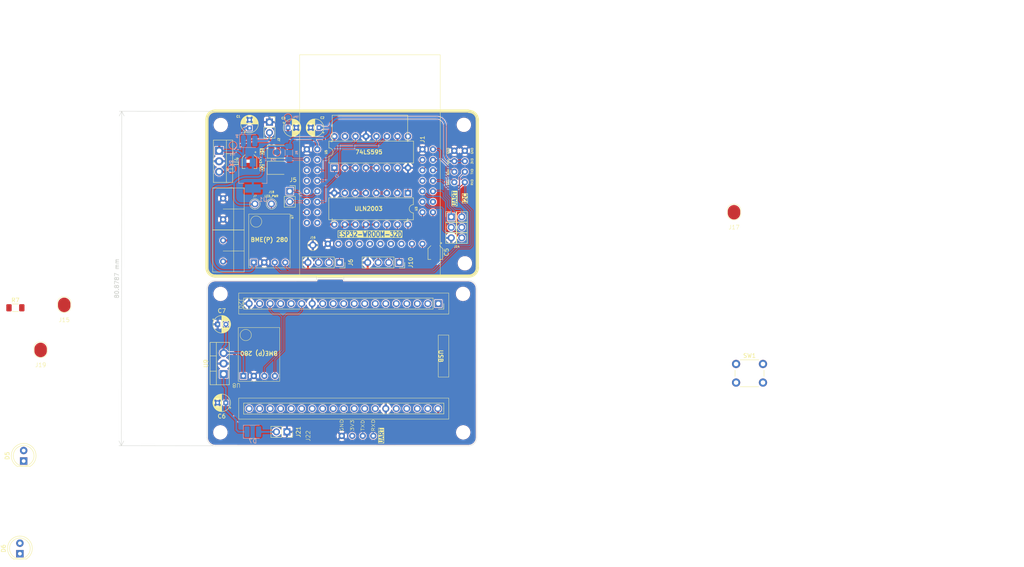
<source format=kicad_pcb>
(kicad_pcb (version 20240108) (generator "pcbnew") (generator_version "8.0")
  (layers (0 "F.Cu" signal) (31 "B.Cu" signal) (34 "B.Paste" user) (35 "F.Paste" user) (36 "B.SilkS" user "B.Silkscreen") (37 "F.SilkS" user "F.Silkscreen") (38 "B.Mask" user) (39 "F.Mask" user) (44 "Edge.Cuts" user))
  (net 0 "")
  (net 1 "GND")
  (net 2 "+3V3")
  (net 3 "+5V")
  (net 4 "/RXD")
  (net 5 "/TXD")
  (net 6 "/SDA")
  (net 7 "/OUT2")
  (net 8 "/SCL")
  (net 9 "/OUT1")
  (net 10 "/EN")
  (net 11 "/SOURCE2")
  (net 12 "/SOURCE1")
  (net 13 "/SOURCE3")
  (net 14 "/VDC")
  (net 15 "/DAC1")
  (net 16 "/DAC2")
  (net 17 "/GPIO13")
  (net 18 "/GPIO19")
  (net 19 "/GPIO17")
  (net 20 "/GPIO5")
  (net 21 "/GPIO18")
  (net 22 "/GPIO36")
  (net 23 "/ADC2_CH3")
  (net 24 "/SD_DATA1")
  (net 25 "/SD_DATA2")
  (net 26 "/SD_CLK")
  (net 27 "/SD_CMD")
  (net 28 "/SD_DATA3")
  (net 29 "/ADC2_CH0")
  (net 30 "/GPIO23")
  (net 31 "/SD_DATA0")
  (net 32 "/ADC2_CH2")
  (net 33 "/BOOT")
  (net 34 "/GPIO39")
  (net 35 "/SOURCE4")
  (net 36 "/SOURCE5")
  (net 37 "/SIPO_DATA")
  (net 38 "/SIPO_CLK")
  (net 40 "/SIPO_LATCH")
  (net 41 "/GPIO14")
  (net 43 "/I3")
  (net 44 "/I6")
  (net 45 "/I7")
  (net 46 "/I5")
  (net 47 "/OUT3")
  (net 48 "/VIN")
  (net 49 "/I1")
  (net 52 "Net-(D5-Pad1)")
  (net 53 "Net-(J15-Pin_1)")
  (net 54 "Net-(J19-Pin_1)")
  (net 55 "/GPIO_33")
  (net 67 "/RX")
  (net 72 "/TX")
  (net 88 "/SCL-2")
  (net 89 "/SDA-2")
  (footprint "Capacitor_THT:CP_Radial_D4.0mm_P2.00mm" (layer "F.Cu") (at 107 44.2 180)
    (property "Reference" "C2")
    (property "Value" "1uF")
  )
  (footprint "LED_SMD:LED_1210_3225Metric_Pad1.42x2.65mm_HandSolder" (layer "F.Cu") (at 96.9525 53.9)
    (property "Reference" "D2")
    (property "Value" "STATUS")
  )
  (footprint "Capacitor_SMD:CP_Elec_3x5.3" (layer "F.Cu") (at 90.2 52.3 -90)
    (property "Reference" "C4")
    (property "Value" "0.1uF")
  )
  (footprint "Resistor_SMD:R_1206_3216Metric_Pad1.30x1.75mm_HandSolder" (layer "F.Cu") (at 33.612 87.7585)
    (property "Reference" "R7")
    (property "Value" "4K7")
  )
  (footprint "LED_THT:LED_D5.0mm" (layer "F.Cu") (at 34.7 147.25 90)
    (property "Reference" "D6")
    (property "Value" "LED_STATUS")
  )
  (footprint "Button_Switch_THT:SW_PUSH_6mm" (layer "F.Cu") (at 207.8 101.35)
    (property "Reference" "SW1")
    (property "Value" "SW_Push")
  )
  (footprint "Alexander Footprint Library:Pad_1x01_P2.54_SMD" (layer "F.Cu") (at 39.712 102.098)
    (property "Reference" "J19")
    (property "Value" "LED_PWR")
  )
  (footprint "Alexander Footprints Library:ESP32-WROOM-Adapter-Socket-2" (layer "F.Cu") (at 119.3 57.04)
    (property "Reference" "J1")
    (property "Value" "~")
  )
  (footprint "Alexander Footprint Library:Pad_1x01_P2.54_SMD" (layer "F.Cu") (at 45.412 91.198)
    (property "Reference" "J15")
    (property "Value" "LED_PWR")
  )
  (footprint "MountingHole:MountingHole_3mm" (layer "F.Cu") (at 142 43.5)
    (property "Reference" "H1" (hide yes))
    (property "Value" "MountingHole_Pad")
  )
  (footprint "Connector_PinSocket_2.54mm:PinSocket_1x02_P2.54mm_Vertical" (layer "F.Cu") (at 99.25 117.775 -90)
    (property "Reference" "J21")
    (property "Value" "PWR")
  )
  (footprint "MountingHole:MountingHole_3mm" (layer "F.Cu") (at 83.25 43.53)
    (property "Reference" "H2" (hide yes))
    (property "Value" "MountingHole_Pad")
  )
  (footprint "Package_DIP:DIP-16_W7.62mm" (layer "F.Cu") (at 128.475 60 -90)
    (property "Reference" "U3")
    (property "Value" "ULN2003")
  )
  (footprint "Alexander Footprints Library:Conn_Terminal_5mm" (layer "F.Cu") (at 83.82 53.69)
    (property "Reference" "J9" (hide yes))
    (property "Value" "Conn_01x02_Socket")
  )
  (footprint "Alexander Footprint Library:Pad_1x01_P2.54_SMD" (layer "F.Cu") (at 207.3 68.7895)
    (property "Reference" "J17")
    (property "Value" "GND")
  )
  (footprint "MountingHole:MountingHole_3mm" (layer "F.Cu") (at 141.85 117.9)
    (property "Reference" "H4" (hide yes))
    (property "Value" "MountingHole_Pad")
  )
  (footprint "Capacitor_THT:CP_Radial_D4.0mm_P2.00mm" (layer "F.Cu") (at 82.5 91.75)
    (property "Reference" "C7")
    (property "Value" "1uF")
  )
  (footprint "Package_DIP:DIP-16_W7.62mm" (layer "F.Cu") (at 110.725 53.9 90)
    (property "Reference" "U5")
    (property "Value" "74LS595")
  )
  (footprint "Alexander Footprint Library:PinSocket_1x01_P2.54" (layer "F.Cu") (at 91.5 65.19)
    (property "Reference" "J7")
    (property "Value" "LED_PWR")
  )
  (footprint "Connector_PinSocket_2.54mm:PinSocket_1x02_P2.54mm_Vertical" (layer "F.Cu") (at 95.025 42.85)
    (property "Reference" "J2")
    (property "Value" "PWR")
  )
  (footprint "Connector_PinSocket_2.54mm:PinSocket_1x04_P2.54mm_Vertical" (layer "F.Cu") (at 111.94 76.8 -90)
    (property "Reference" "J6")
    (property "Value" "SOURCE")
  )
  (footprint "MountingHole:MountingHole_3mm" (layer "F.Cu") (at 83.15 117.9)
    (property "Reference" "H4" (hide yes))
    (property "Value" "MountingHole_Pad")
  )
  (footprint "Connector_PinSocket_2.54mm:PinSocket_1x04_P2.54mm_Vertical" (layer "F.Cu") (at 126.38 76.8 -90)
    (property "Reference" "J10")
    (property "Value" "ADC")
  )
  (footprint "Capacitor_SMD:CP_Elec_3x5.3" (layer "F.Cu") (at 135.1 74.3 -90)
    (property "Reference" "C5")
    (property "Value" "0.1uF")
  )
  (footprint "MountingHole:MountingHole_3mm" (layer "F.Cu") (at 141.8 84.4)
    (property "Reference" "H4" (hide yes))
    (property "Value" "MountingHole_Pad")
  )
  (footprint "Capacitor_THT:CP_Radial_D4.0mm_P2.00mm" (layer "F.Cu") (at 99.5 44.2)
    (property "Reference" "C3")
    (property "Value" "1uF")
  )
  (footprint "Alexander Footprint Library:LD1117" (layer "F.Cu") (at 83.945 103.79 90)
    (property "Reference" "U9")
    (property "Value" "L7805")
  )
  (footprint "Alexander Footprint Library:PinSocket_1x01_P2.54" (layer "F.Cu") (at 95.5 65.19)
    (property "Reference" "J18")
    (property "Value" "LED_PWR")
  )
  (footprint "Capacitor_THT:CP_Radial_D4.0mm_P2.00mm" (layer "F.Cu") (at 84.4726 110.75 180)
    (property "Reference" "C6")
    (property "Value" "1uF")
  )
  (footprint "Alexander Footprint Library:Conn_ESP32_WROOM-DevKit-38pins" (layer "F.Cu") (at 87.57 86.75 -90)
    (property "Reference" "J20")
    (property "Value" "~")
  )
  (footprint "MountingHole:MountingHole_3mm" (layer "F.Cu") (at 83.2 84.4)
    (property "Reference" "H4" (hide yes))
    (property "Value" "MountingHole_Pad")
  )
  (footprint "Connector_PinSocket_2.54mm:PinSocket_1x02_P2.54mm_Vertical" (layer "F.Cu") (at 99.925 59.55)
    (property "Reference" "J5")
    (property "Value" "DAC")
  )
  (footprint "Alexander Footprint Library:CONN_2x3" (layer "F.Cu") (at 138.96 60.68)
    (property "Reference" "J14")
    (property "Value" "GPIO")
  )
  (footprint "Alexander Footprints Library:Conn_UART" (layer "F.Cu") (at 139.7 42.15)
    (property "Reference" "J3" (hide yes))
    (property "Value" "UART")
  )
  (footprint "Alexander Footprint Library:PinSocket_1x01_P2.54" (layer "F.Cu") (at 105.5 75.19)
    (property "Reference" "J16")
    (property "Value" "GND")
  )
  (footprint "Capacitor_THT:CP_Radial_D4.0mm_P2.00mm" (layer "F.Cu") (at 90.2 44.3 90)
    (property "Reference" "C1")
    (property "Value" "1uF")
  )
  (footprint "Alexander Footprint Library:Conn_UART" (layer "F.Cu") (at 104.874 118.75 90)
    (property "Reference" "J22")
    (property "Value" "UART")
  )
  (footprint "Alexander Footprint Library:BME280_BMP280_I2C" (layer "F.Cu") (at 90 78.1 90)
    (property "Reference" "U7")
    (property "Value" "BME(P)280")
  )
  (footprint "Alexander Footprint Library:LD1117" (layer "F.Cu") (at 82.855 49.77 -90)
    (property "Reference" "U4")
    (property "Value" "L7805")
  )
  (footprint "Alexander Footprints Library:Conn_I2C" (layer "F.Cu") (at 142.24 42.15)
    (property "Reference" "J4" (hide yes))
    (property "Value" "I2C")
  )
  (footprint "LED_THT:LED_D5.0mm" (layer "F.Cu") (at 35.612 124.8335 90)
    (property "Reference" "D5")
    (property "Value" "LED_PWR")
  )
  (footprint "Alexander Footprint Library:BME280_BMP280_I2C" (layer "F.Cu") (at 87.49 105.55 90)
    (property "Reference" "U8")
    (property "Value" "BME(P)280")
  )
  (footprint "LED_SMD:LED_1210_3225Metric_Pad1.42x2.65mm_HandSolder" (layer "F.Cu") (at 97 50)
    (property "Reference" "D1")
    (property "Value" "PWR")
  )
  (footprint "MountingHole:MountingHole_3mm" (layer "F.Cu") (at 142.25 77)
    (property "Reference" "H4" (hide yes))
    (property "Value" "MountingHole_Pad")
  )
  (footprint "Alexander Footprints Library:Conn_Terminal_5mm" (layer "F.Cu") (at 83.82 63.85)
    (property "Reference" "J8" (hide yes))
    (property "Value" "Conn_01x02_Socket")
  )
  (footprint "TestPoint:TestPoint_Pad_D1.5mm" (layer "B.Cu") (at 99.5 41.75 180)
    (property "Reference" "TP4")
    (property "Value" "5V")
  )
  (footprint "TestPoint:TestPoint_Pad_D1.5mm" (layer "B.Cu") (at 96.8 50.15 180)
    (property "Reference" "TP3")
    (property "Value" "3V3")
  )
  (footprint "Diode_SMD:D_1210_3225Metric" (layer "B.Cu") (at 91 117.75)
    (property "Reference" "D7")
    (property "Value" "D")
  )
  (footprint "Resistor_SMD:R_1206_3216Metric_Pad1.30x1.75mm_HandSolder" (layer "B.Cu") (at 99.7 50.25 -90)
    (property "Reference" "R1")
    (property "Value" "10K")
  )
  (footprint "Diode_SMD:D_1210_3225Metric" (layer "B.Cu") (at 90.1 47.4)
    (property "Reference" "D4")
    (property "Value" "D")
  )
  (footprint "TestPoint:TestPoint_Pad_D1.5mm" (layer "B.Cu") (at 86.2 48.45 180)
    (property "Reference" "TP1")
    (property "Value" "VIN")
  )
  (footprint "TestPoint:TestPoint_Pad_D1.5mm" (layer "B.Cu") (at 85.9 54.15 180)
    (property "Reference" "TP2")
    (property "Value" "GND")
  )
  (footprint "Package_TO_SOT_SMD:SOT-223-3_TabPin2" (layer "B.Cu") (at 91 55.75 -90)
    (property "Reference" "U1")
    (property "Value" "MAX1726EUK33")
  )
  (gr_line (start 145.25 42.11421) (end 145.25 78.085782) (stroke (width 0.75)) (layer "F.SilkS"))
  (gr_line (start 81.914218 40.164218) (end 143.08579 40.164218) (stroke (width 0.75)) (layer "F.SilkS"))
  (gr_arc (start 145.25 78.085782) (mid 144.66422 79.500007) (end 143.25 80.085782) (stroke (width 0.75)) (layer "F.SilkS"))
  (gr_line (start 79.914218 42.11421) (end 79.914218 78.085782) (stroke (width 0.75)) (layer "F.SilkS"))
  (gr_arc (start 81.914218 80.085782) (mid 80.499999 79.500001) (end 79.914218 78.085782) (stroke (width 0.75)) (layer "F.SilkS"))
  (gr_arc (start 143.25 40.25) (mid 144.664214 40.835786) (end 145.25 42.25) (stroke (width 0.75)) (layer "F.SilkS"))
  (gr_arc (start 79.914218 42.164218) (mid 80.499999 40.749999) (end 81.914218 40.164218) (stroke (width 0.75)) (layer "F.SilkS"))
  (gr_line (start 81.914214 80.085782) (end 143.085786 80.085782) (stroke (width 0.75)) (layer "F.SilkS"))
  (gr_line (start 82.014214 80.235786) (end 106.4 80.25) (stroke (width 0.1)) (layer "Edge.Cuts"))
  (gr_line (start 80 42.25) (end 80.014214 78.235786) (stroke (width 0.1)) (layer "Edge.Cuts"))
  (gr_arc (start 79.921321 83.157107) (mid 80.507106 81.742896) (end 81.921321 81.157107) (stroke (width 0.1)) (layer "Edge.Cuts"))
  (gr_line (start 81.921321 121.128679) (end 143.107107 121.142893) (stroke (width 0.1)) (layer "Edge.Cuts"))
  (gr_arc (start 81.921321 121.128679) (mid 80.507101 120.542899) (end 79.921321 119.128679) (stroke (width 0.1)) (layer "Edge.Cuts"))
  (gr_line (start 143.092893 81.157107) (end 113 81.15) (stroke (width 0.1)) (layer "Edge.Cuts"))
  (gr_arc (start 145.107107 119.142893) (mid 144.521321 120.557107) (end 143.107107 121.142893) (stroke (width 0.1)) (layer "Edge.Cuts"))
  (gr_line (start 106.4 81.15) (end 81.921321 81.157107) (stroke (width 0.1)) (layer "Edge.Cuts"))
  (gr_arc (start 143.185786 40.264214) (mid 144.600004 40.849996) (end 145.185786 42.264214) (stroke (width 0.1)) (layer "Edge.Cuts"))
  (gr_line (start 113 80.25) (end 143.185786 80.235786) (stroke (width 0.1)) (layer "Edge.Cuts"))
  (gr_arc (start 82.014214 80.235786) (mid 80.599996 79.650004) (end 80.014214 78.235786) (stroke (width 0.1)) (layer "Edge.Cuts"))
  (gr_line (start 145.185786 42.264214) (end 145.185786 78.235786) (stroke (width 0.1)) (layer "Edge.Cuts"))
  (gr_arc (start 80 42.25) (mid 80.585786 40.835786) (end 82 40.25) (stroke (width 0.1)) (layer "Edge.Cuts"))
  (gr_line (start 145.107107 119.142893) (end 145.092893 83.157107) (stroke (width 0.1)) (layer "Edge.Cuts"))
  (gr_line (start 79.921321 119.128679) (end 79.921321 83.157107) (stroke (width 0.1)) (layer "Edge.Cuts"))
  (gr_line (start 106.4 81.15) (end 106.4 80.25) (stroke (width 0.1)) (layer "Edge.Cuts"))
  (gr_arc (start 145.185786 78.235786) (mid 144.600004 79.650004) (end 143.185786 80.235786) (stroke (width 0.1)) (layer "Edge.Cuts"))
  (gr_arc (start 143.092893 81.157107) (mid 144.507112 81.742888) (end 145.092893 83.157107) (stroke (width 0.1)) (layer "Edge.Cuts"))
  (gr_line (start 113 81.15) (end 113 80.25) (stroke (width 0.1)) (layer "Edge.Cuts"))
  (gr_line (start 143.185786 40.264214) (end 82 40.25) (stroke (width 0.1)) (layer "Edge.Cuts"))
  (gr_text "74LS595" (at 119.057143 50.1 0) (layer "F.SilkS") (effects (font (size 1 1) (thickness 0.2) (bold yes))))
  (gr_text "ULN2003" (at 115.5 64.374 0) (layer "F.SilkS") (effects (font (size 1 1) (thickness 0.2) (bold yes)) (justify left bottom)))
  (dimension (type aligned) (layer "Edge.Cuts") (pts (xy 81.921321 121.128679) (xy 82 40.25)) (height -22.6907) (gr_text "80.8787 mm" (at 58.119973 80.666146 89.94426182) (layer "Edge.Cuts") (effects (font (size 1 1) (thickness 0.15)))) (format (prefix "") (suffix "") (units 3) (units_format 1) (precision 4)) (style (thickness 0.1) (arrow_length 1.27) (text_position_mode 0) (extension_height 0.58642) (extension_offset 0.5) keep_text_aligned))
  (segment (start 84.21 66) (end 83.82 66.39) (width 0.5) (layer "F.Cu") (net 1))
  (segment (start 101.5 48.103553) (end 101.5 49.573223) (width 0.25) (layer "F.Cu") (net 2))
  (segment (start 105.575735 47.25) (end 102.353553 47.25) (width 0.25) (layer "F.Cu") (net 2))
  (segment (start 106.6 48.274264) (end 106.6 49.42) (width 0.25) (layer "F.Cu") (net 2))
  (segment (start 138.021593 51.871593) (end 137.93 51.78) (width 0.5) (layer "F.Cu") (net 2))
  (segment (start 108.946446 44.2) (end 107 44.2) (width 0.5) (layer "F.Cu") (net 2))
  (segment (start 109.8 43.346446) (end 109.8 43.15) (width 0.5) (layer "F.Cu") (net 2))
  (segment (start 137.4 50.500466) (end 137.4 43.627817) (width 0.5) (layer "F.Cu") (net 2))
  (segment (start 101.073223 50) (end 98.4875 50) (width 0.25) (layer "F.Cu") (net 2))
  (segment (start 139.08 52.31) (end 139.7 52.31) (width 0.5) (layer "F.Cu") (net 2))
  (segment (start 110.188908 42.211091) (end 110.225 42.175) (width 0.5) (layer "F.Cu") (net 2))
  (segment (start 135.522182 41.75) (end 111.25104 41.75) (width 0.5) (layer "F.Cu") (net 2))
  (arc (start 106.3 47.55) (mid 105.967704 47.327967) (end 105.575735 47.25) (width 0.25) (layer "F.Cu") (net 2))
  (arc (start 101.5 49.573223) (mid 101.467513 49.736543) (end 101.375 49.875) (width 0.25) (layer "F.Cu") (net 2))
  (arc (start 111.25104 41.75) (mid 110.695751 41.860453) (end 110.225 42.175) (width 0.5) (layer "F.Cu") (net 2))
  (arc (start 110.188908 42.211091) (mid 109.901073 42.641866) (end 109.8 43.15) (width 0.5) (layer "F.Cu") (net 2))
  (arc (start 138.021593 51.871593) (mid 138.507194 52.196061) (end 139.08 52.31) (width 0.5) (layer "F.Cu") (net 2))
  (arc (start 102.353553 47.25) (mid 102.026912 47.314972) (end 101.75 47.5) (width 0.25) (layer "F.Cu") (net 2))
  (arc (start 109.8 43.346446) (mid 109.735027 43.673087) (end 109.55 43.95) (width 0.5) (layer "F.Cu") (net 2))
  (arc (start 106.3 47.55) (mid 106.522032 47.882295) (end 106.6 48.274264) (width 0.25) (layer "F.Cu") (net 2))
  (arc (start 109.55 43.95) (mid 109.273087 44.135027) (end 108.946446 44.2) (width 0.5) (layer "F.Cu") (net 2))
  (arc (start 136.85 42.3) (mid 137.257059 42.909207) (end 137.4 43.627817) (width 0.5) (layer "F.Cu") (net 2))
  (arc (start 101.75 47.5) (mid 101.564972 47.776912) (end 101.5 48.103553) (width 0.25) (layer "F.Cu") (net 2))
  (arc (start 101.375 49.875) (mid 101.236543 49.967513) (end 101.073223 50) (width 0.25) (layer "F.Cu") (net 2))
  (arc (start 137.4 50.500466) (mid 137.537742 51.192944) (end 137.93 51.78) (width 0.5) (layer "F.Cu") (net 2))
  (arc (start 136.85 42.3) (mid 136.240792 41.89294) (end 135.522182 41.75) (width 0.5) (layer "F.Cu") (net 2))
  (segment (start 96.075 48.7) (end 97.525 48.7) (width 0.5) (layer "B.Cu") (net 2))
  (segment (start 109.408578 44.2) (end 107 44.2) (width 0.5) (layer "B.Cu") (net 2))
  (segment (start 81.3 75.997918) (end 81.3 59.75104) (width 0.5) (layer "B.Cu") (net 2))
  (segment (start 93.3 54.905025) (end 93.3 52.6) (width 0.5) (layer "B.Cu") (net 2))
  (segment (start 100 48.7) (end 100 48.03033) (width 0.5) (layer "B.Cu") (net 2))
  (segment (start 139.13 52.31) (end 139.7 52.31) (width 0.5) (layer "B.Cu") (net 2))
  (segment (start 138.156949 51.906949) (end 138.03 51.78) (width 0.5) (layer "B.Cu") (net 2))
  (segment (start 106.6 48.627817) (end 106.6 49.299791) (width 0.5) (layer "B.Cu") (net 2))
  (segment (start 84.202081 78.9) (end 89.990883 78.9) (width 0.5) (layer "B.Cu") (net 2))
  (segment (start 109.75 43.858578) (end 109.75 44.141421) (width 0.5) (layer "B.Cu") (net 2))
  (segment (start 104.722182 46.75) (end 106.277817 46.75) (width 0.5) (layer "B.Cu") (net 2))
  (segment (start 139.7 52.31) (end 142.24 52.31) (width 0.5) (layer "B.Cu") (net 2))
  (segment (start 137.5 50.500466) (end 137.5 43.883883) (width 0.5) (layer "B.Cu") (net 2))
  (segment (start 88.207106 62.75) (end 91.5 62.75) (width 0.5) (layer "B.Cu") (net 2))
  (segment (start 86.5 61.042893) (end 86.5 57.5) (width 0.5) (layer "B.Cu") (net 2))
  (segment (start 91.22 77.670883) (end 91.22 76.8) (width 0.5) (layer "B.Cu") (net 2))
  (segment (start 89.455634 56.1) (end 92.105025 56.1) (width 0.5) (layer "B.Cu") (net 2))
  (segment (start 96.075 48.7) (end 95.177817 48.7) (width 0.5) (layer "B.Cu") (net 2))
  (segment (start 104.722182 46.75) (end 101.28033 46.75) (width 0.5) (layer "B.Cu") (net 2))
  (segment (start 109.149999 46.149999) (end 109.201992 46.098007) (width 0.5) (layer "B.Cu") (net 2))
  (segment (start 96.8 49.425) (end 96.8 50.15) (width 0.25) (layer "B.Cu") (net 2))
  (segment (start 109.75 43.625) (end 109.75 43.858578) (width 0.5) (layer "B.Cu") (net 2))
  (segment (start 106.277817 46.75) (end 107.701471 46.75) (width 0.5) (layer "B.Cu") (net 2))
  (segment (start 110.015165 42.984834) (end 110.5 42.5) (width 0.5) (layer "B.Cu") (net 2))
  (segment (start 93.3 52.6) (end 93.3 50.577817) (width 0.5) (layer "B.Cu") (net 2))
  (segment (start 82.75104 58.3) (end 84.144365 58.3) (width 0.5) (layer "B.Cu") (net 2))
  (segment (start 106.685 49.335) (end 106.77 49.25) (width 0.5) (layer "B.Cu") (net 2))
  (segment (start 109.75 44.775) (end 109.75 44.141421) (width 0.5) (layer "B.Cu") (net 2))
  (segment (start 112.31066 41.75) (end 135.366116 41.75) (width 0.5) (layer "B.Cu") (net 2))
  (segment (start 100 48.7) (end 97.525 48.7) (width 0.5) (layer "B.Cu") (net 2))
  (arc (start 136.875 42.375) (mid 137.337567 43.067281) (end 137.5 43.883883) (width 0.5) (layer "B.Cu") (net 2))
  (arc (start 137.5 50.500466) (mid 137.637742 51.192944) (end 138.03 51.78) (width 0.5) (layer "B.Cu") (net 2))
  (arc (start 93.3 54.905025) (mid 93.209037 55.362322) (end 92.95 55.75) (width 0.5) (layer "B.Cu") (net 2))
  (arc (start 86.8 57.2) (mid 85.581584 58.014119) (end 84.144365 58.3) (width 0.5) (layer "B.Cu") (net 2))
  (arc (start 106.6 49.299791) (mid 106.630737 49.345793) (end 106.685 49.335) (width 0.5) (layer "B.Cu") (net 2))
  (arc (start 89.455634 56.1) (mid 88.018415 56.38588) (end 86.8 57.2) (width 0.5) (layer "B.Cu") (net 2))
  (arc (start 86.5 61.042893) (mid 86.629945 61.696174) (end 87 62.25) (width 0.5) (layer "B.Cu") (net 2))
  (arc (start 82.75104 58.3) (mid 82.195751 58.410453) (end 81.725 58.725) (width 0.5) (layer "B.Cu") (net 2))
  (arc (start 92.95 55.75) (mid 92.562322 56.009037) (end 92.105025 56.1) (width 0.5) (layer "B.Cu") (net 2))
  (arc (start 95.177817 48.7) (mid 94.459207 48.84294) (end 93.85 49.25) (width 0.5) (layer "B.Cu") (net 2))
  (arc (start 96.8 49.425) (mid 96.587652 48.912347) (end 96.075 48.7) (width 0.25) (layer "B.Cu") (net 2))
  (arc (start 82.15 78.05) (mid 83.091502 78.679092) (end 84.202081 78.9) (width 0.5) (layer "B.Cu") (net 2))
  (arc (start 110.015165 42.984834) (mid 109.818914 43.278544) (end 109.75 43.625) (width 0.5) (layer "B.Cu") (net 2))
  (arc (start 109.75 44.141421) (mid 109.713838 44.087301) (end 109.65 44.1) (width 0.5) (layer "B.Cu") (net 2))
  (arc (start 136.875 42.375) (mid 136.182718 41.912432) (end 135.366116 41.75) (width 0.5) (layer "B.Cu") (net 2))
  (arc (start 93.85 49.25) (mid 93.44294 49.859207) (end 93.3 50.577817) (width 0.5) (layer "B.Cu") (net 2))
  (arc (start 90.86 78.54) (mid 90.461245 78.806439) (end 89.990883 78.9) (width 0.5) (layer "B.Cu") (net 2))
  (arc (start 109.65 44.1) (mid 109.539234 44.17401) (end 109.408578 44.2) (width 0.5) (layer "B.Cu") (net 2))
  (arc (start 87 62.25) (mid 87.553825 62.620054) (end 88.207106 62.75) (width 0.5) (layer "B.Cu") (net 2))
  (arc (start 81.725 58.725) (mid 81.410453 59.195751) (end 81.3 59.75104) (width 0.5) (layer "B.Cu") (net 2))
  (arc (start 106.05 47.3) (mid 105.440792 46.89294) (end 104.722182 46.75) (width 0.5) (layer "B.Cu") (net 2))
  (arc (start 138.156949 51.906949) (mid 138.603388 52.20525) (end 139.13 52.31) (width 0.5) (layer "B.Cu") (net 2))
  (arc (start 101.28033 46.75) (mid 100.790368 46.847459) (end 100.375 47.125) (width 0.5) (layer "B.Cu") (net 2))
  (arc (start 106.05 47.3) (mid 106.457059 47.909207) (end 106.6 48.627817) (width 0.5) (layer "B.Cu") (net 2))
  (arc (start 106.277817 46.75) (mid 105.980159 46.948888) (end 106.05 47.3) (width 0.5) (layer "B.Cu") (net 2))
  (arc (start 91.22 77.670883) (mid 91.126439 78.141245) (end 90.86 78.54) (width 0.5) (layer "B.Cu") (net 2))
  (arc (start 109.75 44.775) (mid 109.607577 45.491006) (end 109.201992 46.098007) (width 0.5) (layer "B.Cu") (net 2))
  (arc (start 109.65 44.1) (mid 109.72401 43.989234) (end 109.75 43.858578) (width 0.5) (layer "B.Cu") (net 2))
  (arc (start 112.31066 41.75) (mid 111.330737 41.944918) (end 110.5 42.5) (width 0.5) (layer "B.Cu") (net 2))
  (arc (start 100.375 47.125) (mid 100.097459 47.540368) (end 100 48.03033) (width 0.5) (layer "B.Cu") (net 2))
  (arc (start 109.149999 46.149999) (mid 108.485409 46.594064) (end 107.701471 46.75) (width 0.5) (layer "B.Cu") (net 2))
  (arc (start 81.3 75.997918) (mid 81.520907 77.108496) (end 82.15 78.05) (width 0.5) (layer "B.Cu") (net 2))
  (segment (start 99.5 45.693413) (end 99.5 44.2) (width 0.5) (layer "F.Cu") (net 3))
  (segment (start 110.512652 48.95) (end 109.487347 48.95) (width 0.5) (layer "F.Cu") (net 3))
  (segment (start 87.75 115.25) (end 135.25 115.25) (width 0.5) (layer "F.Cu") (net 3))
  (segment (start 98.6375 46.9625) (end 99.2125 46.3875) (width 0.5) (layer "F.Cu") (net 3))
  (segment (start 83.945 98.71) (end 86.21 98.71) (width 0.5) (layer "F.Cu") (net 3))
  (segment (start 110.725 47.712347) (end 110.725 46.28) (width 0.5) (layer "F.Cu") (net 3))
  (segment (start 125.341906 48.95) (end 110.512652 48.95) (width 0.5) (layer "F.Cu") (net 3))
  (segment (start 108.3 49.803553) (end 108.3 65.537329) (width 0.5) (layer "F.Cu") (net 3))
  (segment (start 84.648959 54.85) (end 82.855 54.85) (width 0.5) (layer "F.Cu") (net 3))
  (segment (start 108.3 49.803553) (end 108.3 49.096446) (width 0.5) (layer "F.Cu") (net 3))
  (segment (start 91.306675 47.25) (end 97.943413 47.25) (width 0.5) (layer "F.Cu") (net 3))
  (segment (start 135.81 114.69) (end 135.81 112.15) (width 0.5) (layer "F.Cu") (net 3))
  (segment (start 86.1 52.15) (end 86.1 53.398959) (width 0.5) (layer "F.Cu") (net 3))
  (segment (start 86.75 114.25) (end 87.75 115.25) (width 0.5) (layer "F.Cu") (net 3))
  (segment (start 107.608621 46.675) (end 99.331586 46.675) (width 0.5) (layer "F.Cu") (net 3))
  (segment (start 86.21 98.71) (end 86.75 99.25) (width 0.5) (layer "F.Cu") (net 3))
  (segment (start 108.3 49.096446) (end 108.3 47.366378) (width 0.5) (layer "F.Cu") (net 3))
  (segment (start 109.104574 67.204574) (end 108.91 67.01) (width 0.5) (layer "F.Cu") (net 3))
  (segment (start 135.25 115.25) (end 135.81 114.69) (width 0.5) (layer "F.Cu") (net 3))
  (segment (start 110.1075 67.62) (end 110.695 67.62) (width 0.5) (layer "F.Cu") (net 3))
  (segment (start 86.75 99.25) (end 86.75 114.25) (width 0.5) (layer "F.Cu") (net 3))
  (segment (start 87.408147 48.991852) (end 87.625 48.775) (width 0.5) (layer "F.Cu") (net 3))
  (segment (start 125.965 48.326906) (end 125.965 46.28) (width 0.5) (layer "F.Cu") (net 3))
  (segment (start 109.487347 48.95) (end 109.153553 48.95) (width 0.5) (layer "F.Cu") (net 3))
  (arc (start 108.0975 46.8775) (mid 108.247371 47.101799) (end 108.3 47.366378) (width 0.5) (layer "F.Cu") (net 3))
  (arc (start 108.3 65.537329) (mid 108.458533 66.334332) (end 108.91 67.01) (width 0.5) (layer "F.Cu") (net 3))
  (arc (start 109.487347 48.95) (mid 109.960976 48.855789) (end 110.3625 48.5875) (width 0.5) (layer "F.Cu") (net 3))
  (arc (start 99.2125 46.3875) (mid 99.175992 46.571035) (end 99.331586 46.675) (width 0.5) (layer "F.Cu") (net 3))
  (arc (start 108.0975 46.8775) (mid 107.8732 46.727628) (end 107.608621 46.675) (width 0.5) (layer "F.Cu") (net 3))
  (arc (start 86.1 53.398959) (mid 85.989546 53.954248) (end 85.675 54.425) (width 0.5) (layer "F.Cu") (net 3))
  (arc (start 109.104574 67.204574) (mid 109.56472 67.512034) (end 110.1075 67.62) (width 0.5) (layer "F.Cu") (net 3))
  (arc (start 108.55 49.2) (mid 108.364972 49.476912) (end 108.3 49.803553) (width 0.5) (layer "F.Cu") (net 3))
  (arc (start 87.408147 48.991852) (mid 86.439976 50.440822) (end 86.1 52.15) (width 0.5) (layer "F.Cu") (net 3))
  (arc (start 85.675 54.425) (mid 85.204248 54.739546) (end 84.648959 54.85) (width 0.5) (layer "F.Cu") (net 3))
  (arc (start 110.3625 48.5875) (mid 110.316468 48.818914) (end 110.512652 48.95) (width 0.5) (layer "F.Cu") (net 3))
  (arc (start 98.6375 46.9625) (mid 98.31905 47.175281) (end 97.943413 47.25) (width 0.5) (layer "F.Cu") (net 3))
  (arc (start 110.725 47.712347) (mid 110.630789 48.185976) (end 110.3625 48.5875) (width 0.5) (layer "F.Cu") (net 3))
  (arc (start 108.3 49.096446) (mid 108.390403 49.231745) (end 108.55 49.2) (width 0.5) (layer "F.Cu") (net 3))
  (arc (start 91.306675 47.25) (mid 89.314166 47.646334) (end 87.625 48.775) (width 0.5) (layer "F.Cu") (net 3))
  (arc (start 109.153553 48.95) (mid 108.826912 49.014972) (end 108.55 49.2) (width 0.5) (layer "F.Cu") (net 3))
  (arc (start 99.331586 46.675) (mid 98.955949 46.749718) (end 98.6375 46.9625) (width 0.5) (layer "F.Cu") (net 3))
  (arc (start 125.7825 48.7675) (mid 125.580353 48.902569) (end 125.341906 48.95) (width 0.5) (layer "F.Cu") (net 3))
  (arc (start 99.5 45.693413) (mid 99.425281 46.06905) (end 99.2125 46.3875) (width 0.5) (layer "F.Cu") (net 3))
  (arc (start 125.965 48.326906) (mid 125.917569 48.565353) (end 125.7825 48.7675) (width 0.5) (layer "F.Cu") (net 3))
  (segment (start 83.945 97.305) (end 84.5 96.75) (width 0.5) (layer "B.Cu") (net 3))
  (segment (start 87.96 98.71) (end 88.71 99.46) (width 0.5) (layer "B.Cu") (net 3))
  (segment (start 83.945 98.71) (end 83.945 97.305) (width 0.5) (layer "B.Cu") (net 3))
  (segment (start 84.5 96.75) (end 84.5 91.75) (width 0.5) (layer "B.Cu") (net 3))
  (segment (start 83.945 98.71) (end 87.96 98.71) (width 0.5) (layer "B.Cu") (net 3))
  (segment (start 99.5 42.25) (end 99.5 44.2) (width 0.25) (layer "B.Cu") (net 3))
  (segment (start 88.71 99.46) (end 88.71 104.25) (width 0.5) (layer "B.Cu") (net 3))
  (segment (start 139.7 57.35) (end 139.7 57.39) (width 0.25) (layer "F.Cu") (net 4))
  (segment (start 133.25 53.25) (end 135.6 53.25) (width 0.25) (layer "F.Cu") (net 4))
  (segment (start 135.6 53.25) (end 139.7 57.35) (width 0.25) (layer "F.Cu") (net 4))
  (segment (start 132 54.5) (end 133.25 53.25) (width 0.25) (layer "F.Cu") (net 4))
  (segment (start 140.3 57.45) (end 139.3 57.45) (width 0.25) (layer "F.Cu") (net 4))
  (segment (start 136.61 51.96) (end 134.54 51.96) (width 0.25) (layer "F.Cu") (net 5))
  (segment (start 134.74 51.79) (end 134.62 51.91) (width 0.25) (layer "F.Cu") (net 5))
  (segment (start 139.5 54.85) (end 136.61 51.96) (width 0.25) (layer "F.Cu") (net 5))
  (segment (start 139.7 54.85) (end 139.5 54.85) (width 0.25) (layer "F.Cu") (net 5))
  (segment (start 138.59 58.55) (end 140.4 58.55) (width 0.25) (layer "F.Cu") (net 6))
  (segment (start 136.213604 54.5) (end 138 56.286396) (width 0.25) (layer "F.Cu") (net 6))
  (segment (start 138 57.96) (end 138.59 58.55) (width 0.25) (layer "F.Cu") (net 6))
  (segment (start 140.9 56.19) (end 142.24 54.85) (width 0.25) (layer "F.Cu") (net 6))
  (segment (start 140.9 58.05) (end 140.9 56.19) (width 0.25) (layer "F.Cu") (net 6))
  (segment (start 134.54 54.5) (end 136.213604 54.5) (width 0.25) (layer "F.Cu") (net 6))
  (segment (start 138 56.286396) (end 138 57.96) (width 0.25) (layer "F.Cu") (net 6))
  (segment (start 142.24 54.85) (end 142.24 55.51) (width 0.25) (layer "F.Cu") (net 6))
  (segment (start 140.4 58.55) (end 140.9 58.05) (width 0.25) (layer "F.Cu") (net 6))
  (segment (start 99.75 78.65) (end 134.55 78.65) (width 0.25) (layer "B.Cu") (net 6))
  (segment (start 141 61.9) (end 141 56.09) (width 0.25) (layer "B.Cu") (net 6))
  (segment (start 134.55 78.65) (end 140.418198 72.781802) (width 0.25) (layer "B.Cu") (net 6))
  (segment (start 143.55 64.45) (end 141 61.9) (width 0.25) (layer "B.Cu") (net 6))
  (segment (start 98.84 76.8) (end 98.84 77.74) (width 0.25) (layer "B.Cu") (net 6))
  (segment (start 143.281802 72.781802) (end 143.55 72.513604) (width 0.25) (layer "B.Cu") (net 6))
  (segment (start 143.55 72.513604) (end 143.55 64.45) (width 0.25) (layer "B.Cu") (net 6))
  (segment (start 140.418198 72.781802) (end 143.281802 72.781802) (width 0.25) (layer "B.Cu") (net 6))
  (segment (start 141 56.09) (end 142.24 54.85) (width 0.25) (layer "B.Cu") (net 6))
  (segment (start 98.84 77.74) (end 99.75 78.65) (width 0.25) (layer "B.Cu") (net 6))
  (segment (start 137.55 58.146396) (end 138.403604 59) (width 0.25) (layer "F.Cu") (net 8))
  (segment (start 131.5 55.75) (end 136.75 55.75) (width 0.25) (layer "F.Cu") (net 8))
  (segment (start 140.63 59) (end 142.24 57.39) (width 0.25) (layer "F.Cu") (net 8))
  (segment (start 136.75 55.75) (end 137.55 56.55) (width 0.25) (layer "F.Cu") (net 8))
  (segment (start 137.55 56.55) (end 137.55 58.146396) (width 0.25) (layer "F.Cu") (net 8))
  (segment (start 130.745 54.995) (end 131.5 55.75) (width 0.25) (layer "F.Cu") (net 8))
  (segment (start 130.745 53.245) (end 130.745 54.995) (width 0.25) (layer "F.Cu") (net 8))
  (segment (start 132.08 51.91) (end 130.745 53.245) (width 0.25) (layer "F.Cu") (net 8))
  (segment (start 138.403604 59) (end 140.63 59) (width 0.25) (layer "F.Cu") (net 8))
  (segment (start 134.8 79.1) (end 140.6 73.3) (width 0.25) (layer "B.Cu") (net 8))
  (segment (start 96.3 76.8) (end 96.3 77.7) (width 0.25) (layer "B.Cu") (net 8))
  (segment (start 144 72.7) (end 144 64.263604) (width 0.25) (layer "B.Cu") (net 8))
  (segment (start 96.3 77.7) (end 97.7 79.1) (width 0.25) (layer "B.Cu") (net 8))
  (segment (start 142.24 62.503604) (end 142.24 57.39) (width 0.25) (layer "B.Cu") (net 8))
  (segment (start 144 64.263604) (end 142.24 62.503604) (width 0.25) (layer "B.Cu") (net 8))
  (segment (start 143.4 73.3) (end 144 72.7) (width 0.25) (layer "B.Cu") (net 8))
  (segment (start 140.6 73.3) (end 143.4 73.3) (width 0.25) (layer "B.Cu") (net 8))
  (segment (start 97.7 79.1) (end 134.8 79.1) (width 0.25) (layer "B.Cu") (net 8))
  (segment (start 93.21 51.96) (end 92.05 50.8) (width 0.25) (layer "F.Cu") (net 10))
  (segment (start 104.06 51.96) (end 93.21 51.96) (width 0.25) (layer "F.Cu") (net 10))
  (segment (start 92.05 50.8) (end 90.2 50.8) (width 0.25) (layer "F.Cu") (net 10))
  (segment (start 103.72 52.3) (end 104.06 51.96) (width 0.25) (layer "F.Cu") (net 10))
  (segment (start 100 51.8) (end 103.9 51.8) (width 0.25) (layer "B.Cu") (net 10))
  (segment (start 103.9 51.8) (end 104.06 51.96) (width 0.25) (layer "B.Cu") (net 10))
  (segment (start 113.235 67.62) (end 115.775 67.62) (width 0.5) (layer "F.Cu") (net 11))
  (segment (start 99 73.1) (end 102.7 69.4) (width 0.5) (layer "F.Cu") (net 11))
  (segment (start 86.37 71.47) (end 88 73.1) (width 0.5) (layer "F.Cu") (net 11))
  (segment (start 102.7 69.4) (end 111.455 69.4) (width 0.5) (layer "F.Cu") (net 11))
  (segment (start 88 73.1) (end 99 73.1) (width 0.5) (layer "F.Cu") (net 11))
  (segment (start 83.82 71.47) (end 86.37 71.47) (width 0.5) (layer "F.Cu") (net 11))
  (segment (start 111.455 69.4) (end 113.235 67.62) (width 0.5) (layer "F.Cu") (net 11))
  (segment (start 86.275 76.55) (end 88.075 74.75) (width 0.5) (layer "F.Cu") (net 12))
  (segment (start 104.4 70.1) (end 115.835 70.1) (width 0.5) (layer "F.Cu") (net 12))
  (segment (start 99.75 74.75) (end 104.4 70.1) (width 0.5) (layer "F.Cu") (net 12))
  (segment (start 118.315 67.62) (end 120.855 67.62) (width 0.5) (layer "F.Cu") (net 12))
  (segment (start 83.82 76.55) (end 86.275 76.55) (width 0.5) (layer "F.Cu") (net 12))
  (segment (start 115.835 70.1) (end 118.315 67.62) (width 0.5) (layer "F.Cu") (net 12))
  (segment (start 88.075 74.75) (end 99.75 74.75) (width 0.5) (layer "F.Cu") (net 12))
  (segment (start 128.475 67.62) (end 128.475 68.825) (width 0.25) (layer "F.Cu") (net 13))
  (segment (start 125.7 72.8) (end 124.55 73.95) (width 0.25) (layer "F.Cu") (net 13))
  (segment (start 111.94 75.26) (end 111.94 76.8) (width 0.25) (layer "F.Cu") (net 13))
  (segment (start 124.55 73.95) (end 118.622792 73.95) (width 0.25) (layer "F.Cu") (net 13))
  (segment (start 128.475 68.825) (end 125.7 71.6) (width 0.25) (layer "F.Cu") (net 13))
  (segment (start 125.7 71.6) (end 125.7 72.8) (width 0.25) (layer "F.Cu") (net 13))
  (segment (start 117.872792 74.7) (end 112.5 74.7) (width 0.25) (layer "F.Cu") (net 13))
  (segment (start 112.5 74.7) (end 111.94 75.26) (width 0.25) (layer "F.Cu") (net 13))
  (segment (start 118.622792 73.95) (end 117.872792 74.7) (width 0.25) (layer "F.Cu") (net 13))
  (segment (start 96.71 117.775) (end 92.425 117.775) (width 0.5) (layer "B.Cu") (net 14))
  (segment (start 92.425 117.775) (end 92.4 117.75) (width 0.5) (layer "B.Cu") (net 14))
  (segment (start 95.025 46.674479) (end 95.025 45.39) (width 0.5) (layer "B.Cu") (net 14))
  (segment (start 94.299479 47.4) (end 91.5 47.4) (width 0.5) (layer "B.Cu") (net 14))
  (arc (start 95.025 46.674479) (mid 94.969773 46.952124) (end 94.8125 47.1875) (width 0.5) (layer "B.Cu") (net 14))
  (arc (start 94.8125 47.1875) (mid 94.577124 47.344773) (end 94.299479 47.4) (width 0.5) (layer "B.Cu") (net 14))
  (segment (start 105.38 60.8) (end 103.1 60.8) (width 0.25) (layer "B.Cu") (net 15))
  (segment (start 106.6 59.58) (end 105.38 60.8) (width 0.25) (layer "B.Cu") (net 15))
  (segment (start 103.1 60.8) (end 101.85 59.55) (width 0.25) (layer "B.Cu") (net 15))
  (segment (start 101.85 59.55) (end 99.925 59.55) (width 0.25) (layer "B.Cu") (net 15))
  (segment (start 104.06 62.12) (end 99.955 62.12) (width 0.25) (layer "B.Cu") (net 16))
  (segment (start 104.03 62.09) (end 104.06 62.12) (width 0.25) (layer "B.Cu") (net 16))
  (segment (start 99.955 62.12) (end 99.925 62.09) (width 0.25) (layer "B.Cu") (net 16))
  (segment (start 138.5 63.1) (end 138.5 61.727208) (width 0.25) (layer "B.Cu") (net 18))
  (segment (start 137.5 60.727208) (end 137.5 57.8) (width 0.25) (layer "B.Cu") (net 18))
  (segment (start 138.5 61.727208) (end 137.5 60.727208) (width 0.25) (layer "B.Cu") (net 18))
  (segment (start 140.2 67) (end 140.2 64.8) (width 0.25) (layer "B.Cu") (net 18))
  (segment (start 141.5 68.3) (end 140.2 67) (width 0.25) (layer "B.Cu") (net 18))
  (segment (start 136.69 56.99) (end 134.62 56.99) (width 0.25) (layer "B.Cu") (net 18))
  (segment (start 140.2 64.8) (end 138.5 63.1) (width 0.25) (layer "B.Cu") (net 18))
  (segment (start 137.5 57.8) (end 136.69 56.99) (width 0.25) (layer "B.Cu") (net 18))
  (segment (start 141.5 70.84) (end 140.16 69.5) (width 0.25) (layer "B.Cu") (net 19))
  (segment (start 137.7 69.5) (end 137.1 68.9) (width 0.25) (layer "B.Cu") (net 19))
  (segment (start 140.16 69.5) (end 137.7 69.5) (width 0.25) (layer "B.Cu") (net 19))
  (segment (start 137.1 68.9) (end 137.1 63.84) (width 0.25) (layer "B.Cu") (net 19))
  (segment (start 133.41 63.4) (end 132.08 62.07) (width 0.25) (layer "B.Cu") (net 19))
  (segment (start 137.1 63.84) (end 136.66 63.4) (width 0.25) (layer "B.Cu") (net 19))
  (segment (start 136.66 63.4) (end 133.41 63.4) (width 0.25) (layer "B.Cu") (net 19))
  (segment (start 138.05 61.913604) (end 137.05 60.913604) (width 0.25) (layer "B.Cu") (net 20))
  (segment (start 137.05 60.913604) (end 137.05 59.95) (width 0.25) (layer "B.Cu") (net 20))
  (segment (start 136.63 59.53) (end 134.62 59.53) (width 0.25) (layer "B.Cu") (net 20))
  (segment (start 138.96 65.76) (end 138.96 64.196396) (width 0.25) (layer "B.Cu") (net 20))
  (segment (start 138.96 64.196396) (end 138.05 63.286396) (width 0.25) (layer "B.Cu") (net 20))
  (segment (start 138.05 63.286396) (end 138.05 61.913604) (width 0.25) (layer "B.Cu") (net 20))
  (segment (start 137.05 59.95) (end 136.63 59.53) (width 0.25) (layer "B.Cu") (net 20))
  (segment (start 138.96 68.3) (end 137.6 66.94) (width 0.25) (layer "B.Cu") (net 21))
  (segment (start 136.3 60.8) (end 133.35 60.8) (width 0.25) (layer "B.Cu") (net 21))
  (segment (start 137.6 66.94) (end 137.6 62.1) (width 0.25) (layer "B.Cu") (net 21))
  (segment (start 137.6 62.1) (end 136.3 60.8) (width 0.25) (layer "B.Cu") (net 21))
  (segment (start 133.35 60.8) (end 132.08 59.53) (width 0.25) (layer "B.Cu") (net 21))
  (segment (start 128.85 74.05) (end 129.46 73.44) (width 0.25) (layer "F.Cu") (net 23))
  (segment (start 125.722792 74.05) (end 128.85 74.05) (width 0.25) (layer "F.Cu") (net 23))
  (segment (start 129.46 73.44) (end 129.46 72.28) (width 0.25) (layer "F.Cu") (net 23))
  (segment (start 123.84 76.8) (end 123.84 75.56) (width 0.25) (layer "F.Cu") (net 23))
  (segment (start 123.84 75.56) (end 124.55 74.85) (width 0.25) (layer "F.Cu") (net 23))
  (segment (start 124.922792 74.85) (end 125.722792 74.05) (width 0.25) (layer "F.Cu") (net 23))
  (segment (start 124.55 74.85) (end 124.922792 74.85) (width 0.25) (layer "F.Cu") (net 23))
  (segment (start 121.3 75.2) (end 122.1 74.4) (width 0.25) (layer "F.Cu") (net 29))
  (segment (start 124.736396 74.4) (end 125.536396 73.6) (width 0.25) (layer "F.Cu") (net 29))
  (segment (start 125.536396 73.6) (end 127.5 73.6) (width 0.25) (layer "F.Cu") (net 29))
  (segment (start 132 67.2) (end 132 64.66) (width 0.25) (layer "F.Cu") (net 29))
  (segment (start 127.5 73.6) (end 128.2 72.9) (width 0.25) (layer "F.Cu") (net 29))
  (segment (start 128.2 71) (end 132 67.2) (width 0.25) (layer "F.Cu") (net 29))
  (segment (start 122.1 74.4) (end 124.736396 74.4) (width 0.25) (layer "F.Cu") (net 29))
  (segment (start 128.2 72.9) (end 128.2 71) (width 0.25) (layer "F.Cu") (net 29))
  (segment (start 121.3 76.8) (end 121.3 75.2) (width 0.25) (layer "F.Cu") (net 29))
  (segment (start 138.95 61.540812) (end 137.95 60.540812) (width 0.25) (layer "B.Cu") (net 30))
  (segment (start 136.4 51.7) (end 136.4 49.9) (width 0.25) (layer "B.Cu") (net 30))
  (segment (start 135.92 49.42) (end 134.54 49.42) (width 0.25) (layer "B.Cu") (net 30))
  (segment (start 138.95 62.913604) (end 138.95 61.540812) (width 0.25) (layer "B.Cu") (net 30))
  (segment (start 135.1 49.85) (end 134.62 49.37) (width 0.25) (layer "B.Cu") (net 30))
  (segment (start 137.95 60.540812) (end 137.95 53.25) (width 0.25) (layer "B.Cu") (net 30))
  (segment (start 141.1 63.9) (end 139.936396 63.9) (width 0.25) (layer "B.Cu") (net 30))
  (segment (start 141.5 64.3) (end 141.1 63.9) (width 0.25) (layer "B.Cu") (net 30))
  (segment (start 141.5 65.76) (end 141.5 64.3) (width 0.25) (layer "B.Cu") (net 30))
  (segment (start 137.95 53.25) (end 136.4 51.7) (width 0.25) (layer "B.Cu") (net 30))
  (segment (start 139.936396 63.9) (end 138.95 62.913604) (width 0.25) (layer "B.Cu") (net 30))
  (segment (start 136.4 49.9) (end 135.92 49.42) (width 0.25) (layer "B.Cu") (net 30))
  (segment (start 126.38 75.12) (end 127 74.5) (width 0.25) (layer "F.Cu") (net 32))
  (segment (start 132 73.9) (end 132 72.28) (width 0.25) (layer "F.Cu") (net 32))
  (segment (start 127 74.5) (end 131.4 74.5) (width 0.25) (layer "F.Cu") (net 32))
  (segment (start 131.4 74.5) (end 132 73.9) (width 0.25) (layer "F.Cu") (net 32))
  (segment (start 126.38 76.8) (end 126.38 75.12) (width 0.25) (layer "F.Cu") (net 32))
  (segment (start 134.77 64.89) (end 134.54 64.66) (width 0.25) (layer "F.Cu") (net 33))
  (segment (start 134.54 65.84) (end 135.1 66.4) (width 0.25) (layer "F.Cu") (net 33))
  (segment (start 135.1 66.4) (end 135.1 72.8) (width 0.25) (layer "F.Cu") (net 33))
  (segment (start 134.5 64.7) (end 134.54 64.66) (width 0.25) (layer "F.Cu") (net 33))
  (segment (start 134.54 64.66) (end 134.54 65.84) (width 0.25) (layer "F.Cu") (net 33))
  (segment (start 125.935 67.62) (end 125.935 68.865) (width 0.25) (layer "F.Cu") (net 35))
  (segment (start 117.686396 74.25) (end 110.25 74.25) (width 0.25) (layer "F.Cu") (net 35))
  (segment (start 118.436396 73.5) (end 117.686396 74.25) (width 0.25) (layer "F.Cu") (net 35))
  (segment (start 109.4 75.1) (end 109.4 76.8) (width 0.25) (layer "F.Cu") (net 35))
  (segment (start 125.935 68.865) (end 123.2 71.6) (width 0.25) (layer "F.Cu") (net 35))
  (segment (start 123.2 72.7) (end 122.4 73.5) (width 0.25) (layer "F.Cu") (net 35))
  (segment (start 123.2 71.6) (end 123.2 72.7) (width 0.25) (layer "F.Cu") (net 35))
  (segment (start 122.4 73.5) (end 118.436396 73.5) (width 0.25) (layer "F.Cu") (net 35))
  (segment (start 110.25 74.25) (end 109.4 75.1) (width 0.25) (layer "F.Cu") (net 35))
  (segment (start 123.395 69.405) (end 121.9 70.9) (width 0.25) (layer "F.Cu") (net 36))
  (segment (start 118.1 73.2) (end 117.5 73.8) (width 0.25) (layer "F.Cu") (net 36))
  (segment (start 106.86 74.84) (end 106.86 76.8) (width 0.25) (layer "F.Cu") (net 36))
  (segment (start 121.9 70.9) (end 118.7 70.9) (width 0.25) (layer "F.Cu") (net 36))
  (segment (start 118.1 71.5) (end 118.1 73.2) (width 0.25) (layer "F.Cu") (net 36))
  (segment (start 123.395 67.62) (end 123.395 69.405) (width 0.25) (layer "F.Cu") (net 36))
  (segment (start 107.9 73.8) (end 106.86 74.84) (width 0.25) (layer "F.Cu") (net 36))
  (segment (start 118.7 70.9) (end 118.1 71.5) (width 0.25) (layer "F.Cu") (net 36))
  (segment (start 117.5 73.8) (end 107.9 73.8) (width 0.25) (layer "F.Cu") (net 36))
  (segment (start 108.2 52.25) (end 112.25 48.2) (width 0.25) (layer "B.Cu") (net 37))
  (segment (start 108.2 54.25) (end 108.2 52.25) (width 0.25) (layer "B.Cu") (net 37))
  (segment (start 115.1 48.2) (end 115.805 47.495) (width 0.25) (layer "B.Cu") (net 37))
  (segment (start 106.6 54.5) (end 107.95 54.5) (width 0.25) (layer "B.Cu") (net 37))
  (segment (start 112.25 48.2) (end 115.1 48.2) (width 0.25) (layer "B.Cu") (net 37))
  (segment (start 115.805 47.495) (end 115.805 46.28) (width 0.25) (layer "B.Cu") (net 37))
  (segment (start 107.95 54.5) (end 108.2 54.25) (width 0.25) (layer "B.Cu") (net 37))
  (segment (start 108.23 62.12) (end 108.5 61.85) (width 0.25) (layer "B.Cu") (net 38))
  (segment (start 108.5 61.85) (end 108.5 58.75) (width 0.25) (layer "B.Cu") (net 38))
  (segment (start 112 55.25) (end 112 49.75) (width 0.25) (layer "B.Cu") (net 38))
  (segment (start 121.005 48.7) (end 123.425 46.28) (width 0.25) (layer "B.Cu") (net 38))
  (segment (start 108.5 58.75) (end 112 55.25) (width 0.25) (layer "B.Cu") (net 38))
  (segment (start 115.886396 48.7) (end 121.005 48.7) (width 0.25) (layer "B.Cu") (net 38))
  (segment (start 115.386396 49.2) (end 115.886396 48.7) (width 0.25) (layer "B.Cu") (net 38))
  (segment (start 106.6 62.12) (end 108.23 62.12) (width 0.25) (layer "B.Cu") (net 38))
  (segment (start 112 49.75) (end 112.55 49.2) (width 0.25) (layer "B.Cu") (net 38))
  (segment (start 112.55 49.2) (end 115.386396 49.2) (width 0.25) (layer "B.Cu") (net 38))
  (segment (start 115.7 48.25) (end 120.5 48.25) (width 0.25) (layer "B.Cu") (net 40))
  (segment (start 120.5 48.25) (end 120.885 47.865) (width 0.25) (layer "B.Cu") (net 40))
  (segment (start 108.7 52.413604) (end 112.363604 48.75) (width 0.25) (layer "B.Cu") (net 40))
  (segment (start 120.885 47.865) (end 120.885 46.28) (width 0.25) (layer "B.Cu") (net 40))
  (segment (start 112.363604 48.75) (end 115.2 48.75) (width 0.25) (layer "B.Cu") (net 40))
  (segment (start 108.7 56.45) (end 108.7 52.413604) (width 0.25) (layer "B.Cu") (net 40))
  (segment (start 115.2 48.75) (end 115.7 48.25) (width 0.25) (layer "B.Cu") (net 40))
  (segment (start 108.11 57.04) (end 108.7 56.45) (width 0.25) (layer "B.Cu") (net 40))
  (segment (start 106.6 57.04) (end 108.11 57.04) (width 0.25) (layer "B.Cu") (net 40))
  (segment (start 104.06 64.66) (end 103.2 64.66) (width 0.25) (layer "F.Cu") (net 41))
  (segment (start 102.4 54.35) (end 102.4 63.95) (width 0.25) (layer "F.Cu") (net 41))
  (segment (start 103.11 64.66) (end 102.4 63.95) (width 0.25) (layer "F.Cu") (net 41))
  (segment (start 98.44 53.9) (end 101.95 53.9) (width 0.25) (layer "F.Cu") (net 41))
  (segment (start 95.5 62.75) (end 95.5 64.15) (width 0.25) (layer "F.Cu") (net 41))
  (segment (start 101.95 53.9) (end 102.4 54.35) (width 0.25) (layer "F.Cu") (net 41))
  (segment (start 103.2 64.66) (end 103.11 64.66) (width 0.25) (layer "F.Cu") (net 41))
  (segment (start 96.01 64.66) (end 103.2 64.66) (width 0.25) (layer "F.Cu") (net 41))
  (segment (start 95.5 64.15) (end 96.01 64.66) (width 0.25) (layer "F.Cu") (net 41))
  (segment (start 123.425 55.725) (end 125.935 58.235) (width 0.25) (layer "F.Cu") (net 43))
  (segment (start 123.425 53.9) (end 123.425 55.725) (width 0.25) (layer "F.Cu") (net 43))
  (segment (start 125.935 58.235) (end 125.935 60) (width 0.25) (layer "F.Cu") (net 43))
  (segment (start 128.475 58.275) (end 128.475 60) (width 0.25) (layer "F.Cu") (net 44))
  (segment (start 125.965 53.9) (end 125.965 55.765) (width 0.25) (layer "F.Cu") (net 44))
  (segment (start 125.965 55.765) (end 128.475 58.275) (width 0.25) (layer "F.Cu") (net 44))
  (segment (start 113.265 55.665) (end 115.775 58.175) (width 0.25) (layer "F.Cu") (net 45))
  (segment (start 115.775 58.175) (end 115.775 60) (width 0.25) (layer "F.Cu") (net 45))
  (segment (start 115.805 55.405) (end 118.315 57.915) (width 0.25) (layer "F.Cu") (net 45))
  (segment (start 118.315 57.915) (end 118.315 60) (width 0.25) (layer "F.Cu") (net 45))
  (segment (start 113.265 53.9) (end 113.265 55.665) (width 0.25) (layer "F.Cu") (net 45))
  (segment (start 115.805 53.9) (end 115.805 55.405) (width 0.25) (layer "F.Cu") (net 45))
  (segment (start 115.775 60) (end 118.315 60) (width 0.25) (layer "B.Cu") (net 45))
  (segment (start 113.265 53.9) (end 115.805 53.9) (width 0.25) (layer "B.Cu") (net 45))
  (segment (start 123.395 58.095) (end 123.395 60) (width 0.25) (layer "F.Cu") (net 46))
  (segment (start 120.885 53.9) (end 120.885 55.585) (width 0.25) (layer "F.Cu") (net 46))
  (segment (start 118.345 53.9) (end 118.345 55.845) (width 0.25) (layer "F.Cu") (net 46))
  (segment (start 120.885 55.585) (end 123.395 58.095) (width 0.25) (layer "F.Cu") (net 46))
  (segment (start 120.855 58.355) (end 120.855 60) (width 0.25) (layer "F.Cu") (net 46))
  (segment (start 118.345 55.845) (end 120.855 58.355) (width 0.25) (layer "F.Cu") (net 46))
  (segment (start 120.855 60) (end 123.395 60) (width 0.25) (layer "B.Cu") (net 46))
  (segment (start 118.345 53.9) (end 120.885 53.9) (width 0.25) (layer "B.Cu") (net 46))
  (segment (start 84.809637 47.25) (end 85 47.25) (width 0.5) (layer "F.Cu") (net 48))
  (segment (start 89.575 44.3) (end 90.2 44.3) (width 0.5) (layer "F.Cu") (net 48))
  (segment (start 82.855 49.0825) (end 82.855 49.77) (width 0.5) (layer "F.Cu") (net 48))
  (segment (start 88.508058 44.741941) (end 86.707106 46.542893) (width 0.5) (layer "F.Cu") (net 48))
  (segment (start 83.341135 47.908864) (end 83.4275 47.8225) (width 0.5) (layer "F.Cu") (net 48))
  (arc (start 84.809637 47.25) (mid 84.061629 47.398787) (end 83.4275 47.8225) (width 0.5) (layer "F.Cu") (net 48))
  (arc (start 86.707106 46.542893) (mid 85.923879 47.066228) (end 85 47.25) (width 0.5) (layer "F.Cu") (net 48))
  (arc (start 89.575 44.3) (mid 88.997575 44.414856) (end 88.508058 44.741941) (width 0.5) (layer "F.Cu") (net 48))
  (arc (start 83.341135 47.908864) (mid 82.981342 48.447332) (end 82.855 49.0825) (width 0.5) (layer "F.Cu") (net 48))
  (segment (start 88.7 50.546446) (end 88.7 51.253553) (width 0.5) (layer "B.Cu") (net 48))
  (segment (start 84.4726 112.4726) (end 84.4726 109.5) (width 0.5) (layer "B.Cu") (net 48))
  (segment (start 88.7 45.153553) (end 88.7 47.4) (width 0.5) (layer "B.Cu") (net 48))
  (segment (start 86.2 49.11) (end 86.2 48.45) (width 0.25) (layer "B.Cu") (net 48))
  (segment (start 88.45 50.65) (end 88.2 50.4) (width 0.5) (layer "B.Cu") (net 48))
  (segment (start 88.7 50.546446) (end 88.7 47.4) (width 0.5) (layer "B.Cu") (net 48))
  (segment (start 84.4726 107.0826) (end 83.945 106.555) (width 0.5) (layer "B.Cu") (net 48))
  (segment (start 83.945 106.555) (end 83.945 103.79) (width 0.5) (layer "B.Cu") (net 48))
  (segment (start 88.45 50.65) (end 88.054368 50.254368) (width 0.5) (layer "B.Cu") (net 48))
  (segment (start 87.5 117.75) (end 87 117.25) (width 0.5) (layer "B.Cu") (net 48))
  (segment (start 89.553553 44.3) (end 90.2 44.3) (width 0.5) (layer "B.Cu") (net 48))
  (segment (start 84.4726 109.5) (end 84.4726 107.0826) (width 0.5) (layer "B.Cu") (net 48))
  (segment (start 88.7 51.253553) (end 88.7 52.6) (width 0.5) (layer "B.Cu") (net 48))
  (segment (start 89.6 117.75) (end 87.5 117.75) (width 0.5) (layer "B.Cu") (net 48))
  (segment (start 87 117.25) (end 87 115) (width 0.5) (layer "B.Cu") (net 48))
  (segment (start 87 115) (end 84.4726 112.4726) (width 0.5) (layer "B.Cu") (net 48))
  (segment (start 86.86 49.77) (end 85.54 49.77) (width 0.5) (layer "B.Cu") (net 48))
  (segment (start 86.885 49.77) (end 86.86 49.77) (width 0.5) (layer "B.Cu") (net 48))
  (segment (start 85.54 49.77) (end 82.855 49.77) (width 0.5) (layer "B.Cu") (net 48))
  (arc (start 89.553553 44.3) (mid 89.226912 44.364972) (end 88.95 44.55) (width 0.5) (layer "B.Cu") (net 48))
  (arc (start 86.2 49.11) (mid 86.393309 49.57669) (end 86.86 49.77) (width 0.25) (layer "B.Cu") (net 48))
  (arc (start 88.7 51.253553) (mid 88.635027 50.926912) (end 88.45 50.65) (width 0.5) (layer "B.Cu") (net 48))
  (arc (start 88.45 50.65) (mid 88.45 50.65) (end 88.45 50.65) (width 0.5) (layer "B.Cu") (net 48))
  (arc (start 88.45 50.65) (mid 88.609596 50.681745) (end 88.7 50.546446) (width 0.5) (layer "B.Cu") (net 48))
  (arc (start 88.054368 50.254368) (mid 87.517857 49.895883) (end 86.885 49.77) (width 0.5) (layer "B.Cu") (net 48))
  (arc (start 88.95 44.55) (mid 88.764972 44.826912) (end 88.7 45.153553) (width 0.5) (layer "B.Cu") (net 48))
  (segment (start 110.725 53.9) (end 110.725 55.325) (width 0.25) (layer "F.Cu") (net 49))
  (segment (start 110.725 55.325) (end 113.235 57.835) (width 0.25) (layer "F.Cu") (net 49))
  (segment (start 113.235 57.835) (end 113.235 60) (width 0.25) (layer "F.Cu") (net 49))
  (segment (start 103.97 59.53) (end 104.14 59.53) (width 0.25) (layer "F.Cu") (net 55))
  (segment (start 120.114 118.75) (end 120.114 117.364) (width 0.25) (layer "B.Cu") (net 67))
  (segment (start 119.25 116.5) (end 116.75 114) (width 0.25) (layer "B.Cu") (net 67))
  (segment (start 120.114 117.364) (end 119.25 116.5) (width 0.25) (layer "B.Cu") (net 67))
  (segment (start 116.75 114) (end 116.75 110.75) (width 0.25) (layer "B.Cu") (net 67))
  (segment (start 115.5 115.25) (end 114.25 114) (width 0.25) (layer "B.Cu") (net 72))
  (segment (start 117.574 118.75) (end 117.574 117.324) (width 0.25) (layer "B.Cu") (net 72))
  (segment (start 117.574 117.324) (end 115.5 115.25) (width 0.25) (layer "B.Cu") (net 72))
  (segment (start 114.25 114) (end 114.25 110.5) (width 0.25) (layer "B.Cu") (net 72))
  (segment (start 95.17 88.42) (end 95.17 86.75) (width 0.25) (layer "B.Cu") (net 88))
  (segment (start 96 89.25) (end 95.17 88.42) (width 0.25) (layer "B.Cu") (net 88))
  (segment (start 98 90) (end 97.25 89.25) (width 0.25) (layer "B.Cu") (net 88))
  (segment (start 93.79 102.21) (end 98 98) (width 0.25) (layer "B.Cu") (net 88))
  (segment (start 98 98) (end 98 90) (width 0.25) (layer "B.Cu") (net 88))
  (segment (start 97.25 89.25) (end 96 89.25) (width 0.25) (layer "B.Cu") (net 88))
  (segment (start 93.79 104.25) (end 93.79 102.21) (width 0.25) (layer "B.Cu") (net 88))
  (segment (start 99.25 89.25) (end 102 89.25) (width 0.25) (layer "B.Cu") (net 89))
  (segment (start 102 89.25) (end 102.79 88.46) (width 0.25) (layer "B.Cu") (net 89))
  (segment (start 98.5 90) (end 99.25 89.25) (width 0.25) (layer "B.Cu") (net 89))
  (segment (start 102.79 88.46) (end 102.79 86.75) (width 0.25) (layer "B.Cu") (net 89))
  (segment (start 96.33 104.25) (end 96.33 100.306396) (width 0.25) (layer "B.Cu") (net 89))
  (segment (start 98.5 98.136396) (end 98.5 90) (width 0.25) (layer "B.Cu") (net 89))
  (segment (start 96.33 100.306396) (end 98.5 98.136396) (width 0.25) (layer "B.Cu") (net 89))
  (zone (net 1) (net_name "GND") (layer "F.Cu") (priority 1) (connect_pads (clearance 0)) (min_thickness 0.25) (fill yes (thermal_gap 0.5) (thermal_bridge_width 0.5))
    (polygon (pts (xy 80 40.25) (xy 80.3 80.35) (xy 145.55 80.35) (xy 145.25 40.25)))
  )
  (zone (net 1) (net_name "GND") (layer "F.Cu") (priority 2) (connect_pads (clearance 0)) (min_thickness 0.25) (fill yes (thermal_gap 0.5) (thermal_bridge_width 0.5))
    (polygon (pts (xy 79.8 121.45) (xy 145.7 121.45) (xy 145.2 80.95) (xy 79.5 80.95)))
  )
  (zone (net 1) (net_name "GND") (layer "B.Cu") (connect_pads (clearance 0)) (min_thickness 0.25) (fill yes (thermal_gap 0.5) (thermal_bridge_width 0.5))
    (polygon (pts (xy 80 40.25) (xy 145.2 40.25) (xy 145.4 80.45) (xy 80.2 80.45)))
  )
  (zone (net 1) (net_name "GND") (layer "B.Cu") (priority 3) (connect_pads (clearance 0)) (min_thickness 0.25) (fill yes (thermal_gap 0.5) (thermal_bridge_width 0.5))
    (polygon (pts (xy 145.6 121.45) (xy 145.2 80.95) (xy 79.5 80.95) (xy 79.7 121.45)))
  )
)
</source>
